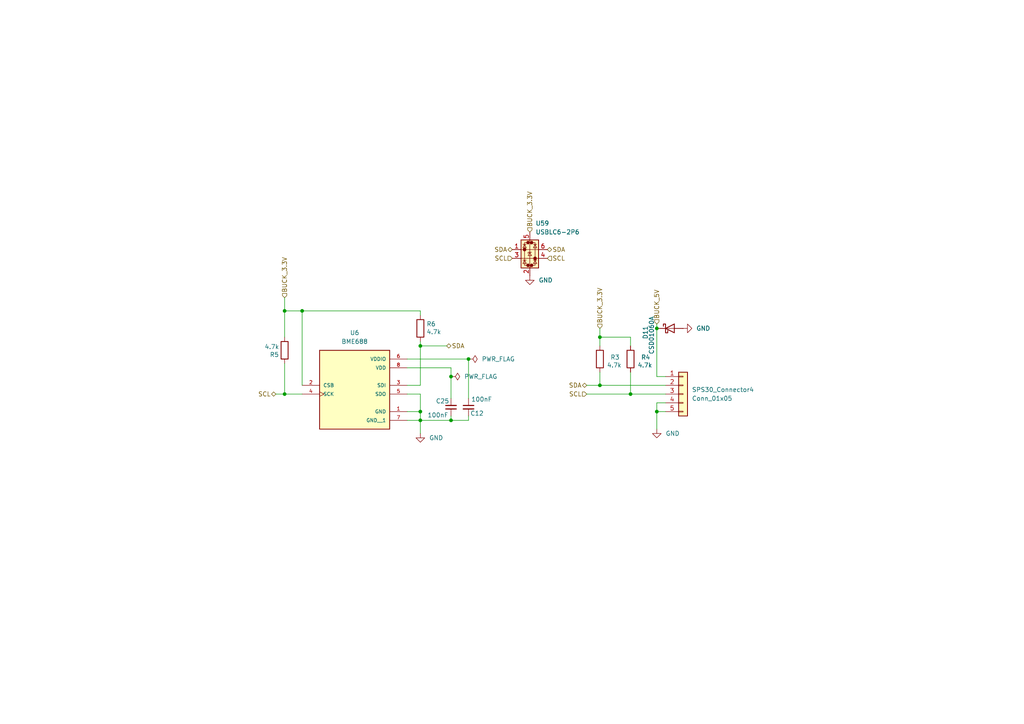
<source format=kicad_sch>
(kicad_sch (version 20250114) (generator "eeschema") (generator_version "9.0")
  (paper "A4")
  (lib_symbols
    (symbol "BME688:BME688" (pin_names (offset 1.016))
      (property "Reference" "U6" (at 0 15.24 0))
      (property "Value" "BME688" (at 0 12.7 0))
      (symbol "BME688_0_0"
        (rectangle (start -10.16 -12.7) (end 10.16 10.16) (stroke (width 0.254)) (fill (type background)))
        (pin input line (at -15.24 0 0) (length 5.08) (name "CSB") (number "2"))
        (pin input clock (at -15.24 -2.54 0) (length 5.08) (name "SCK") (number "4"))
        (pin power_in line (at 15.24 7.62 180) (length 5.08) (name "VDDIO") (number "6"))
        (pin power_in line (at 15.24 5.08 180) (length 5.08) (name "VDD") (number "8"))
        (pin bidirectional line (at 15.24 0 180) (length 5.08) (name "SDI") (number "3"))
        (pin power_in line (at 15.24 -7.62 180) (length 5.08) (name "GND") (number "1"))
        (pin power_in line (at 15.24 -10.16 180) (length 5.08) (name "GND__1") (number "7"))
      )
      (symbol "BME688_1_0"
        (pin input line (at 15.24 -2.54 180) (length 5.08) (name "SDO") (number "5"))
      )
    )
    (symbol "Connector_Generic:Conn_01x05" (pin_names (offset 1.016) (hide yes))
      (property "Reference" "J" (at 0 7.62 0))
      (property "Value" "Conn_01x05" (at 0 -7.62 0))
      (symbol "Conn_01x05_1_1"
        (rectangle (start -1.27 6.35) (end 1.27 -6.35) (stroke (width 0.254)) (fill (type background)))
        (rectangle (start -1.27 5.207) (end 0 4.953) (stroke (width 0.1524)))
        (rectangle (start -1.27 2.667) (end 0 2.413) (stroke (width 0.1524)))
        (rectangle (start -1.27 0.127) (end 0 -0.127) (stroke (width 0.1524)))
        (rectangle (start -1.27 -2.413) (end 0 -2.667) (stroke (width 0.1524)))
        (rectangle (start -1.27 -4.953) (end 0 -5.207) (stroke (width 0.1524)))
        (pin passive line (at -5.08 5.08 0) (length 3.81) (name "Pin_1") (number "1"))
        (pin passive line (at -5.08 2.54 0) (length 3.81) (name "Pin_2") (number "2"))
        (pin passive line (at -5.08 0 0) (length 3.81) (name "Pin_3") (number "3"))
        (pin passive line (at -5.08 -2.54 0) (length 3.81) (name "Pin_4") (number "4"))
        (pin passive line (at -5.08 -5.08 0) (length 3.81) (name "Pin_5") (number "5"))
      )
    )
    (symbol "Device:C_Small" (pin_numbers (hide yes)) (pin_names (offset 0.254) (hide yes))
      (property "Reference" "C" (at 0.254 1.778 0))
      (property "Value" "C_Small" (at 0.254 -2.032 0))
      (symbol "C_Small_0_1"
        (polyline (pts (xy -1.524 0.508) (xy 1.524 0.508)) (stroke (width 0.3048)))
        (polyline (pts (xy -1.524 -0.508) (xy 1.524 -0.508)) (stroke (width 0.3302)))
      )
      (symbol "C_Small_1_1"
        (pin passive line (at 0 2.54 270) (length 2.032) (name "~") (number "1"))
        (pin passive line (at 0 -2.54 90) (length 2.032) (name "~") (number "2"))
      )
    )
    (symbol "Device:R" (pin_numbers (hide yes)) (pin_names (offset 0))
      (property "Reference" "R" (at 2.032 0 90))
      (property "Value" "R" (at 0 0 90))
      (symbol "R_0_1"
        (rectangle (start -1.016 -2.54) (end 1.016 2.54) (stroke (width 0.254)))
      )
      (symbol "R_1_1"
        (pin passive line (at 0 3.81 270) (length 1.27) (name "~") (number "1"))
        (pin passive line (at 0 -3.81 90) (length 1.27) (name "~") (number "2"))
      )
    )
    (symbol "Diode:CSD01060A" (pin_numbers (hide yes)) (pin_names (offset 1.016) (hide yes))
      (property "Reference" "D" (at 0 2.54 0))
      (property "Value" "CSD01060A" (at 0 -2.54 0))
      (symbol "CSD01060A_0_1"
        (polyline (pts (xy -1.905 0.635) (xy -1.905 1.27) (xy -1.27 1.27) (xy -1.27 -1.27) (xy -0.635 -1.27) (xy -0.635 -0.635)) (stroke (width 0.254)))
        (polyline (pts (xy 1.27 1.27) (xy 1.27 -1.27) (xy -1.27 0) (xy 1.27 1.27)) (stroke (width 0.254)))
        (polyline (pts (xy 1.27 0) (xy -1.27 0)))
      )
      (symbol "CSD01060A_1_1"
        (pin passive line (at -3.81 0 0) (length 2.54) (name "K") (number "1"))
        (pin passive line (at 3.81 0 180) (length 2.54) (name "A") (number "2"))
      )
    )
    (symbol "Power_Protection:USBLC6-2P6" (pin_names (hide yes))
      (property "Reference" "U" (at 0.635 5.715 0))
      (property "Value" "USBLC6-2P6" (at 0.635 3.81 0))
      (symbol "USBLC6-2P6_0_0"
        (circle (center -1.524 0) (radius 0.0001) (stroke (width 0.508)))
        (circle (center -0.508 2.032) (radius 0.0001) (stroke (width 0.508)))
        (circle (center -0.508 -4.572) (radius 0.0001) (stroke (width 0.508)))
        (circle (center 0.508 2.032) (radius 0.0001) (stroke (width 0.508)))
        (circle (center 0.508 -4.572) (radius 0.0001) (stroke (width 0.508)))
        (circle (center 1.524 -2.54) (radius 0.0001) (stroke (width 0.508)))
      )
      (symbol "USBLC6-2P6_0_1"
        (polyline (pts (xy -2.54 0) (xy 2.54 0)))
        (polyline (pts (xy -2.54 -2.54) (xy 2.54 -2.54)))
        (polyline (pts (xy -2.032 0.508) (xy -1.016 0.508) (xy -1.524 1.524) (xy -2.032 0.508)))
        (polyline (pts (xy -2.032 -3.048) (xy -1.016 -3.048)))
        (polyline (pts (xy -1.016 1.524) (xy -2.032 1.524)))
        (polyline (pts (xy -1.016 -4.064) (xy -2.032 -4.064) (xy -1.524 -3.048) (xy -1.016 -4.064)))
        (polyline (pts (xy -0.508 -1.143) (xy -0.508 -0.762) (xy 0.508 -0.762)))
        (polyline (pts (xy 0 2.54) (xy -0.508 2.032) (xy 0.508 2.032) (xy 0 1.524) (xy 0 -4.064) (xy -0.508 -4.572) (xy 0.508 -4.572) (xy 0 -5.08)))
        (polyline (pts (xy 0.508 -1.778) (xy -0.508 -1.778) (xy 0 -0.762) (xy 0.508 -1.778)))
        (polyline (pts (xy 1.016 1.524) (xy 2.032 1.524)))
        (polyline (pts (xy 1.016 -3.048) (xy 2.032 -3.048)))
        (polyline (pts (xy 2.032 0.508) (xy 1.016 0.508) (xy 1.524 1.524) (xy 2.032 0.508)))
        (polyline (pts (xy 2.032 -4.064) (xy 1.016 -4.064) (xy 1.524 -3.048) (xy 2.032 -4.064)))
      )
      (symbol "USBLC6-2P6_1_1"
        (rectangle (start -2.54 2.794) (end 2.54 -5.334) (stroke (width 0.254)) (fill (type background)))
        (polyline (pts (xy -0.508 2.032) (xy -1.524 2.032) (xy -1.524 -4.572) (xy -0.508 -4.572)))
        (polyline (pts (xy 0.508 -4.572) (xy 1.524 -4.572) (xy 1.524 2.032) (xy 0.508 2.032)))
        (pin passive line (at -5.08 0 0) (length 2.54) (name "I/O1") (number "1"))
        (pin passive line (at -5.08 -2.54 0) (length 2.54) (name "I/O2") (number "3"))
        (pin passive line (at 0 5.08 270) (length 2.54) (name "VBUS") (number "5"))
        (pin passive line (at 0 -7.62 90) (length 2.54) (name "GND") (number "2"))
        (pin passive line (at 5.08 0 180) (length 2.54) (name "I/O1") (number "6"))
        (pin passive line (at 5.08 -2.54 180) (length 2.54) (name "I/O2") (number "4"))
      )
    )
    (symbol "power:GND" (power) (pin_numbers (hide yes)) (pin_names (offset 0) (hide yes))
      (property "Value" "GND" (at 0 -3.81 0))
      (symbol "GND_0_1"
        (polyline (pts (xy 0 0) (xy 0 -1.27) (xy 1.27 -1.27) (xy 0 -2.54) (xy -1.27 -1.27) (xy 0 -1.27)))
      )
      (symbol "GND_1_1"
        (pin power_in line (at 0 0 270) (length 0) (name "~") (number "1"))
      )
    )
    (symbol "power:PWR_FLAG" (power) (pin_numbers (hide yes)) (pin_names (offset 0) (hide yes))
      (property "Value" "PWR_FLAG" (at 0 3.81 0))
      (symbol "PWR_FLAG_0_0"
        (pin power_out line (at 0 0 90) (length 0) (name "~") (number "1"))
      )
      (symbol "PWR_FLAG_0_1"
        (polyline (pts (xy 0 0) (xy 0 1.27) (xy -1.016 1.905) (xy 0 2.54) (xy 1.016 1.905) (xy 0 1.27)))
      )
    )
  )
  (junction (at 173.99 111.76))
  (junction (at 82.55 90.17))
  (junction (at 135.89 104.14))
  (junction (at 190.5 95.25))
  (junction (at 121.92 121.92))
  (junction (at 173.99 97.79))
  (junction (at 130.81 121.92))
  (junction (at 87.63 90.17))
  (junction (at 121.92 100.33))
  (junction (at 190.5 119.38))
  (junction (at 121.92 119.38))
  (junction (at 130.81 109.22))
  (junction (at 82.55 114.3))
  (junction (at 182.88 114.3))
  (wire (pts (xy 182.88 97.79) (xy 173.99 97.79)))
  (wire (pts (xy 170.18 111.76) (xy 173.99 111.76)))
  (wire (pts (xy 135.89 120.65) (xy 135.89 121.92)))
  (wire (pts (xy 190.5 93.98) (xy 190.5 95.25)))
  (wire (pts (xy 190.5 116.84) (xy 190.5 119.38)))
  (wire (pts (xy 130.81 109.22) (xy 130.81 115.57)))
  (wire (pts (xy 121.92 100.33) (xy 129.54 100.33)))
  (wire (pts (xy 121.92 90.17) (xy 87.63 90.17)))
  (wire (pts (xy 173.99 111.76) (xy 173.99 107.95)))
  (wire (pts (xy 118.11 111.76) (xy 121.92 111.76)))
  (wire (pts (xy 173.99 97.79) (xy 173.99 100.33)))
  (wire (pts (xy 173.99 95.25) (xy 173.99 97.79)))
  (wire (pts (xy 182.88 114.3) (xy 182.88 107.95)))
  (wire (pts (xy 170.18 114.3) (xy 182.88 114.3)))
  (wire (pts (xy 118.11 114.3) (xy 121.92 114.3)))
  (wire (pts (xy 121.92 121.92) (xy 121.92 125.73)))
  (wire (pts (xy 190.5 95.25) (xy 190.5 109.22)))
  (wire (pts (xy 182.88 114.3) (xy 193.04 114.3)))
  (wire (pts (xy 130.81 106.68) (xy 130.81 109.22)))
  (wire (pts (xy 87.63 111.76) (xy 87.63 90.17)))
  (wire (pts (xy 121.92 119.38) (xy 121.92 121.92)))
  (wire (pts (xy 121.92 91.44) (xy 121.92 90.17)))
  (wire (pts (xy 130.81 121.92) (xy 135.89 121.92)))
  (wire (pts (xy 182.88 100.33) (xy 182.88 97.79)))
  (wire (pts (xy 82.55 86.36) (xy 82.55 90.17)))
  (wire (pts (xy 121.92 111.76) (xy 121.92 100.33)))
  (wire (pts (xy 190.5 119.38) (xy 193.04 119.38)))
  (wire (pts (xy 118.11 104.14) (xy 135.89 104.14)))
  (wire (pts (xy 118.11 106.68) (xy 130.81 106.68)))
  (wire (pts (xy 121.92 114.3) (xy 121.92 119.38)))
  (wire (pts (xy 118.11 121.92) (xy 121.92 121.92)))
  (wire (pts (xy 190.5 109.22) (xy 193.04 109.22)))
  (wire (pts (xy 82.55 114.3) (xy 87.63 114.3)))
  (wire (pts (xy 130.81 120.65) (xy 130.81 121.92)))
  (wire (pts (xy 121.92 121.92) (xy 130.81 121.92)))
  (wire (pts (xy 121.92 100.33) (xy 121.92 99.06)))
  (wire (pts (xy 80.01 114.3) (xy 82.55 114.3)))
  (wire (pts (xy 173.99 111.76) (xy 193.04 111.76)))
  (wire (pts (xy 82.55 90.17) (xy 87.63 90.17)))
  (wire (pts (xy 82.55 105.41) (xy 82.55 114.3)))
  (wire (pts (xy 118.11 119.38) (xy 121.92 119.38)))
  (wire (pts (xy 190.5 124.46) (xy 190.5 119.38)))
  (wire (pts (xy 82.55 97.79) (xy 82.55 90.17)))
  (wire (pts (xy 193.04 116.84) (xy 190.5 116.84)))
  (wire (pts (xy 135.89 104.14) (xy 135.89 115.57)))
  (hierarchical_label "SDA" (shape bidirectional) (at 148.59 72.39 180))
  (hierarchical_label "SCL" (shape bidirectional) (at 80.01 114.3 180))
  (hierarchical_label "BUCK_3.3V" (shape input) (at 153.67 67.31 90))
  (hierarchical_label "SDA" (shape bidirectional) (at 129.54 100.33 0))
  (hierarchical_label "SCL" (shape input) (at 148.59 74.93 180))
  (hierarchical_label "SDA" (shape bidirectional) (at 170.18 111.76 180))
  (hierarchical_label "SCL" (shape input) (at 170.18 114.3 180))
  (hierarchical_label "BUCK_5V" (shape input) (at 190.5 93.98 90))
  (hierarchical_label "SDA" (shape bidirectional) (at 158.75 72.39 0))
  (hierarchical_label "BUCK_3.3V" (shape input) (at 82.55 86.36 90))
  (hierarchical_label "SCL" (shape input) (at 158.75 74.93 0))
  (hierarchical_label "BUCK_3.3V" (shape input) (at 173.99 95.25 90))
  (symbol (lib_id "power:GND") (at 121.92 125.73 0) (unit 1)
    (property "Reference" "#PWR026" (effects (hide yes)))
    (property "Value" "GND" (at 124.46 126.9999 0) (effects (justify left)))
    (property "Description" "Power symbol creates a global label with name \"GND\" , ground" (effects (hide yes)))
  )
  (symbol (lib_id "Device:R") (at 173.99 104.14 0) (unit 1)
    (property "Reference" "R3" (at 177.038 103.632 0) (effects (justify left)))
    (property "Value" "4.7k" (at 176.022 105.918 0) (effects (justify left)))
    (property "Footprint" "Resistor_SMD:R_0603_1608Metric" (effects (hide yes)))
    (property "Description" "Resistor" (effects (hide yes)))
  )
  (symbol (lib_id "Device:C_Small") (at 135.89 118.11 0) (unit 1)
    (property "Reference" "C12" (at 136.398 119.888 0) (effects (justify left)))
    (property "Value" "100nF" (at 136.652 115.824 0) (effects (justify left)))
    (property "Footprint" "Capacitor_SMD:C_0402_1005Metric" (effects (hide yes)))
    (property "Description" "Unpolarized capacitor, small symbol" (effects (hide yes)))
  )
  (symbol (lib_id "Power_Protection:USBLC6-2P6") (at 153.67 72.39 0) (unit 1)
    (property "Reference" "U59" (at 155.3211 64.77 0) (effects (justify left)))
    (property "Value" "USBLC6-2P6" (at 155.3211 67.31 0) (effects (justify left)))
    (property "Footprint" "Package_TO_SOT_SMD:SOT-666" (effects (hide yes)))
    (property "Datasheet" "https://www.st.com/resource/en/datasheet/usblc6-2.pdf" (effects (hide yes)))
    (property "Description" "Very low capacitance ESD protection diode, 2 data-line, SOT-666" (effects (hide yes)))
  )
  (symbol (lib_id "BME688:BME688") (at 102.87 111.76 0) (unit 1)
    (property "Reference" "U6" (at 102.87 96.52 0))
    (property "Value" "BME688" (at 102.87 99.06 0))
    (property "Footprint" "Custom_Parts:IC_BME688" (effects (hide yes)))
    (property "PARTREV" "1.0" (effects (hide yes)))
    (property "STANDARD" "Manufacturer recommendations" (effects (hide yes)))
    (property "MAXIMUM_PACKAGE_HEIGHT" "1.0 mm" (effects (hide yes)))
    (property "MANUFACTURER" "BOSCH" (effects (hide yes)))
  )
  (symbol (lib_id "Device:R") (at 182.88 104.14 0) (unit 1)
    (property "Reference" "R4" (at 185.928 103.632 0) (effects (justify left)))
    (property "Value" "4.7k" (at 184.912 105.918 0) (effects (justify left)))
    (property "Footprint" "Resistor_SMD:R_0603_1608Metric" (effects (hide yes)))
    (property "Description" "Resistor" (effects (hide yes)))
  )
  (symbol (lib_id "Connector_Generic:Conn_01x05") (at 198.12 114.3 0) (unit 1)
    (property "Reference" "SPS30_Connector4" (at 200.66 113.0299 0) (effects (justify left)))
    (property "Value" "Conn_01x05" (at 200.66 115.5699 0) (effects (justify left)))
    (property "Footprint" "Connector_PinHeader_2.54mm:PinHeader_1x05_P2.54mm_Vertical" (effects (hide yes)))
    (property "Description" "Generic connector, single row, 01x05, script generated (kicad-library-utils/schlib/autogen/connector/)" (effects (hide yes)))
  )
  (symbol (lib_id "Device:C_Small") (at 130.81 118.11 180) (unit 1)
    (property "Reference" "C25" (at 130.302 116.332 0) (effects (justify left)))
    (property "Value" "100nF" (at 130.048 120.396 0) (effects (justify left)))
    (property "Footprint" "Capacitor_SMD:C_0402_1005Metric" (effects (hide yes)))
    (property "Description" "Unpolarized capacitor, small symbol" (effects (hide yes)))
  )
  (symbol (lib_id "power:PWR_FLAG") (at 135.89 104.14 270) (unit 1)
    (property "Reference" "#FLG0105" (effects (hide yes)))
    (property "Value" "PWR_FLAG" (at 139.7 104.1399 90) (effects (justify left)))
    (property "Description" "Special symbol for telling ERC where power comes from" (effects (hide yes)))
  )
  (symbol (lib_id "power:PWR_FLAG") (at 130.81 109.22 270) (unit 1)
    (property "Reference" "#FLG0104" (effects (hide yes)))
    (property "Value" "PWR_FLAG" (at 134.62 109.2199 90) (effects (justify left)))
    (property "Description" "Special symbol for telling ERC where power comes from" (effects (hide yes)))
  )
  (symbol (lib_id "power:GND") (at 190.5 124.46 0) (unit 1)
    (property "Reference" "#PWR0105" (effects (hide yes)))
    (property "Value" "GND" (at 193.04 125.7299 0) (effects (justify left)))
    (property "Description" "Power symbol creates a global label with name \"GND\" , ground" (effects (hide yes)))
  )
  (symbol (lib_id "Device:R") (at 82.55 101.6 180) (unit 1)
    (property "Reference" "R5" (at 78.232 102.87 0) (effects (justify right)))
    (property "Value" "4.7k" (at 76.708 100.584 0) (effects (justify right)))
    (property "Footprint" "Resistor_SMD:R_0603_1608Metric" (effects (hide yes)))
    (property "Description" "Resistor" (effects (hide yes)))
  )
  (symbol (lib_id "Diode:CSD01060A") (at 194.31 95.25 0) (unit 1)
    (property "Reference" "D11" (at 187.198 94.488 90) (effects (justify right)))
    (property "Value" "CSD01060A" (at 188.976 91.694 90) (effects (justify right)))
    (property "Footprint" "Package_TO_SOT_THT:TO-220-2_Vertical" (effects (hide yes)))
    (property "Datasheet" "https://www.wolfspeed.com/media/downloads/87/CSD01060.pdf" (effects (hide yes)))
    (property "Description" "600V, 1A, SiC Schottky Diode, TO-220" (effects (hide yes)))
  )
  (symbol (lib_id "power:GND") (at 198.12 95.25 90) (unit 1)
    (property "Reference" "#PWR0116" (effects (hide yes)))
    (property "Value" "GND" (at 201.93 95.2499 90) (effects (justify right)))
    (property "Description" "Power symbol creates a global label with name \"GND\" , ground" (effects (hide yes)))
  )
  (symbol (lib_id "power:GND") (at 153.67 80.01 0) (unit 1)
    (property "Reference" "#PWR0114" (effects (hide yes)))
    (property "Value" "GND" (at 156.21 81.2799 0) (effects (justify left)))
    (property "Description" "Power symbol creates a global label with name \"GND\" , ground" (effects (hide yes)))
  )
  (symbol (lib_id "Device:R") (at 121.92 95.25 0) (unit 1)
    (property "Reference" "R6" (at 123.698 93.98 0) (effects (justify left)))
    (property "Value" "4.7k" (at 123.698 96.266 0) (effects (justify left)))
    (property "Footprint" "Resistor_SMD:R_0603_1608Metric" (effects (hide yes)))
    (property "Description" "Resistor" (effects (hide yes)))
  )
)
</source>
